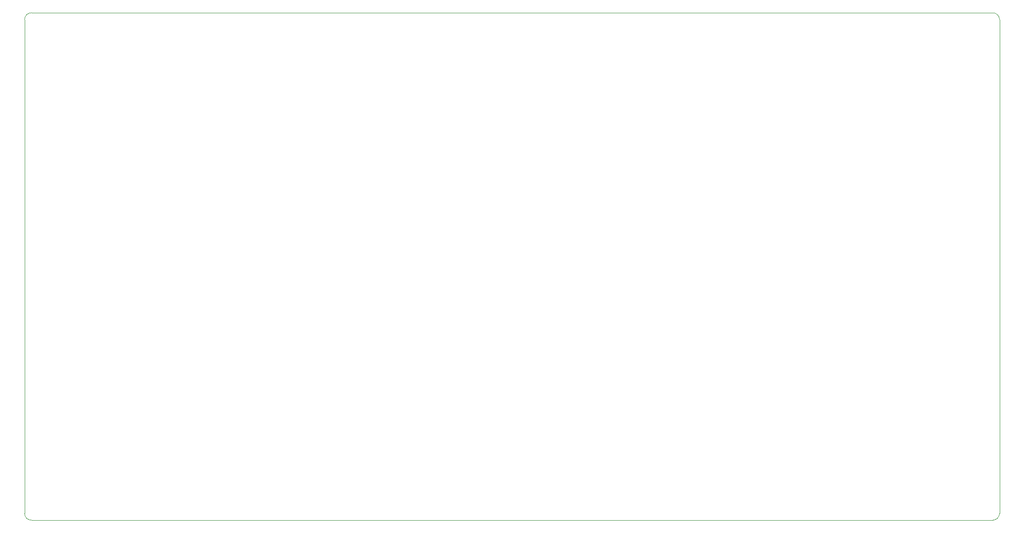
<source format=gbr>
%TF.GenerationSoftware,KiCad,Pcbnew,(5.1.12)-1*%
%TF.CreationDate,2022-05-26T18:44:23+02:00*%
%TF.ProjectId,esp32solarminer,65737033-3273-46f6-9c61-726d696e6572,0.3*%
%TF.SameCoordinates,Original*%
%TF.FileFunction,Profile,NP*%
%FSLAX46Y46*%
G04 Gerber Fmt 4.6, Leading zero omitted, Abs format (unit mm)*
G04 Created by KiCad (PCBNEW (5.1.12)-1) date 2022-05-26 18:44:23*
%MOMM*%
%LPD*%
G01*
G04 APERTURE LIST*
%TA.AperFunction,Profile*%
%ADD10C,0.050000*%
%TD*%
G04 APERTURE END LIST*
D10*
X216535000Y-111760000D02*
G75*
G02*
X215265000Y-113030000I-1270000J0D01*
G01*
X37465000Y-113030000D02*
G75*
G02*
X36195000Y-111760000I0J1270000D01*
G01*
X36195000Y-20320000D02*
G75*
G02*
X37465000Y-19050000I1270000J0D01*
G01*
X215265000Y-19050000D02*
G75*
G02*
X216535000Y-20320000I0J-1270000D01*
G01*
X216535000Y-111760000D02*
X216535000Y-20320000D01*
X37465000Y-113030000D02*
X215265000Y-113030000D01*
X36195000Y-20320000D02*
X36195000Y-111760000D01*
X37465000Y-19050000D02*
X215265000Y-19050000D01*
M02*

</source>
